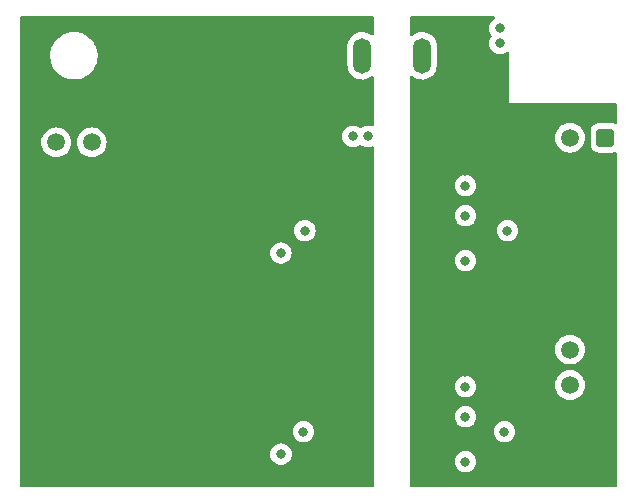
<source format=gbr>
%TF.GenerationSoftware,KiCad,Pcbnew,(6.0.1)*%
%TF.CreationDate,2022-08-15T16:30:33+03:00*%
%TF.ProjectId,Measure,4d656173-7572-4652-9e6b-696361645f70,rev?*%
%TF.SameCoordinates,Original*%
%TF.FileFunction,Copper,L3,Inr*%
%TF.FilePolarity,Positive*%
%FSLAX46Y46*%
G04 Gerber Fmt 4.6, Leading zero omitted, Abs format (unit mm)*
G04 Created by KiCad (PCBNEW (6.0.1)) date 2022-08-15 16:30:33*
%MOMM*%
%LPD*%
G01*
G04 APERTURE LIST*
G04 Aperture macros list*
%AMRoundRect*
0 Rectangle with rounded corners*
0 $1 Rounding radius*
0 $2 $3 $4 $5 $6 $7 $8 $9 X,Y pos of 4 corners*
0 Add a 4 corners polygon primitive as box body*
4,1,4,$2,$3,$4,$5,$6,$7,$8,$9,$2,$3,0*
0 Add four circle primitives for the rounded corners*
1,1,$1+$1,$2,$3*
1,1,$1+$1,$4,$5*
1,1,$1+$1,$6,$7*
1,1,$1+$1,$8,$9*
0 Add four rect primitives between the rounded corners*
20,1,$1+$1,$2,$3,$4,$5,0*
20,1,$1+$1,$4,$5,$6,$7,0*
20,1,$1+$1,$6,$7,$8,$9,0*
20,1,$1+$1,$8,$9,$2,$3,0*%
G04 Aperture macros list end*
%TA.AperFunction,ComponentPad*%
%ADD10RoundRect,0.250001X-0.499999X0.499999X-0.499999X-0.499999X0.499999X-0.499999X0.499999X0.499999X0*%
%TD*%
%TA.AperFunction,ComponentPad*%
%ADD11C,1.500000*%
%TD*%
%TA.AperFunction,ComponentPad*%
%ADD12R,1.500000X3.000000*%
%TD*%
%TA.AperFunction,ComponentPad*%
%ADD13O,1.500000X3.000000*%
%TD*%
%TA.AperFunction,ComponentPad*%
%ADD14RoundRect,0.250001X-0.499999X-0.499999X0.499999X-0.499999X0.499999X0.499999X-0.499999X0.499999X0*%
%TD*%
%TA.AperFunction,ViaPad*%
%ADD15C,0.800000*%
%TD*%
G04 APERTURE END LIST*
D10*
%TO.N,+5V*%
%TO.C,J3*%
X180640000Y-73786000D03*
D11*
%TO.N,GND*%
X180640000Y-76786000D03*
%TO.N,+5V*%
X177640000Y-73786000D03*
%TO.N,GND*%
X177640000Y-76786000D03*
%TD*%
D12*
%TO.N,GND*%
%TO.C,U1*%
X167666500Y-66842000D03*
D13*
%TO.N,+5V*%
X165126500Y-66842000D03*
%TO.N,+5VP*%
X160046500Y-66842000D03*
%TO.N,GNDPWR*%
X154966500Y-66842000D03*
%TD*%
D10*
%TO.N,GND*%
%TO.C,J2*%
X180640000Y-91718000D03*
D11*
X180640000Y-94718000D03*
%TO.N,/Voltage_OUT_Measure*%
X177640000Y-91718000D03*
%TO.N,/Voltage_IN_Measure*%
X177640000Y-94718000D03*
%TD*%
D14*
%TO.N,GNDPWR*%
%TO.C,J1*%
X134136000Y-71165000D03*
D11*
X137136000Y-71165000D03*
%TO.N,/Voltage_IN*%
X134136000Y-74165000D03*
%TO.N,/Voltage_OUT*%
X137136000Y-74165000D03*
%TD*%
D15*
%TO.N,+5V*%
X168783000Y-94869000D03*
X171704000Y-64516000D03*
X168783000Y-101219000D03*
X168783000Y-77851000D03*
X168783000Y-84201000D03*
X171704000Y-65786000D03*
%TO.N,GND*%
X168783000Y-85471000D03*
X171704000Y-68580000D03*
X171704000Y-69850000D03*
X168783000Y-76581000D03*
X168783000Y-93599000D03*
X168783000Y-102489000D03*
%TO.N,+5VP*%
X159258000Y-73660000D03*
X153162000Y-83544500D03*
X155194000Y-81661000D03*
X155067000Y-98679000D03*
X160528000Y-73660000D03*
X153172750Y-100573250D03*
%TO.N,GNDPWR*%
X138684000Y-81280000D03*
X153162000Y-85598000D03*
X155956000Y-73660000D03*
X153162000Y-102616000D03*
X153162000Y-93472000D03*
X157226000Y-73660000D03*
X138430000Y-98298000D03*
X153162000Y-76454000D03*
%TO.N,Net-(C11-Pad1)*%
X168783000Y-97409000D03*
%TO.N,/Voltage_IN_Measure*%
X172085000Y-98679000D03*
%TO.N,Net-(C18-Pad1)*%
X168783000Y-80391000D03*
%TO.N,/Voltage_OUT_Measure*%
X172339000Y-81661000D03*
%TD*%
%TA.AperFunction,Conductor*%
%TO.N,GNDPWR*%
G36*
X160978121Y-63520002D02*
G01*
X161024614Y-63573658D01*
X161036000Y-63626000D01*
X161036000Y-65004098D01*
X161015998Y-65072219D01*
X160962342Y-65118712D01*
X160892068Y-65128816D01*
X160839724Y-65108679D01*
X160659898Y-64987841D01*
X160659895Y-64987839D01*
X160655238Y-64984710D01*
X160449533Y-64894412D01*
X160444082Y-64893103D01*
X160444078Y-64893102D01*
X160236546Y-64843278D01*
X160236545Y-64843278D01*
X160231089Y-64841968D01*
X160138904Y-64836653D01*
X160012417Y-64829360D01*
X160012414Y-64829360D01*
X160006810Y-64829037D01*
X159783785Y-64856025D01*
X159569065Y-64922082D01*
X159564085Y-64924652D01*
X159564081Y-64924654D01*
X159410053Y-65004154D01*
X159369436Y-65025118D01*
X159191208Y-65161877D01*
X159040015Y-65328036D01*
X159037037Y-65332783D01*
X159037035Y-65332786D01*
X158996956Y-65396678D01*
X158920636Y-65518344D01*
X158836844Y-65726783D01*
X158791287Y-65946767D01*
X158791021Y-65951378D01*
X158791021Y-65951379D01*
X158790607Y-65958569D01*
X158788000Y-66003775D01*
X158788000Y-67648999D01*
X158802883Y-67815762D01*
X158862163Y-68032451D01*
X158958878Y-68235218D01*
X159089971Y-68417654D01*
X159094003Y-68421561D01*
X159231216Y-68554530D01*
X159251299Y-68573992D01*
X159437762Y-68699290D01*
X159643467Y-68789588D01*
X159648918Y-68790897D01*
X159648922Y-68790898D01*
X159849773Y-68839118D01*
X159861911Y-68842032D01*
X159945975Y-68846879D01*
X160080583Y-68854640D01*
X160080586Y-68854640D01*
X160086190Y-68854963D01*
X160309215Y-68827975D01*
X160523935Y-68761918D01*
X160528915Y-68759348D01*
X160528919Y-68759346D01*
X160718581Y-68661454D01*
X160718582Y-68661454D01*
X160723564Y-68658882D01*
X160773710Y-68620404D01*
X160833296Y-68574682D01*
X160899517Y-68549082D01*
X160969065Y-68563347D01*
X161019861Y-68612948D01*
X161036000Y-68674645D01*
X161036000Y-72697676D01*
X161015998Y-72765797D01*
X160962342Y-72812290D01*
X160892068Y-72822394D01*
X160858751Y-72812783D01*
X160816319Y-72793891D01*
X160816318Y-72793891D01*
X160810288Y-72791206D01*
X160690749Y-72765797D01*
X160629944Y-72752872D01*
X160629939Y-72752872D01*
X160623487Y-72751500D01*
X160432513Y-72751500D01*
X160426061Y-72752872D01*
X160426056Y-72752872D01*
X160365251Y-72765797D01*
X160245712Y-72791206D01*
X160239682Y-72793891D01*
X160239681Y-72793891D01*
X160077278Y-72866197D01*
X160077276Y-72866198D01*
X160071248Y-72868882D01*
X159967060Y-72944579D01*
X159900194Y-72968437D01*
X159831042Y-72952357D01*
X159818944Y-72944582D01*
X159714752Y-72868882D01*
X159708724Y-72866198D01*
X159708722Y-72866197D01*
X159546319Y-72793891D01*
X159546318Y-72793891D01*
X159540288Y-72791206D01*
X159420749Y-72765797D01*
X159359944Y-72752872D01*
X159359939Y-72752872D01*
X159353487Y-72751500D01*
X159162513Y-72751500D01*
X159156061Y-72752872D01*
X159156056Y-72752872D01*
X159095251Y-72765797D01*
X158975712Y-72791206D01*
X158969682Y-72793891D01*
X158969681Y-72793891D01*
X158807278Y-72866197D01*
X158807276Y-72866198D01*
X158801248Y-72868882D01*
X158646747Y-72981134D01*
X158518960Y-73123056D01*
X158423473Y-73288444D01*
X158364458Y-73470072D01*
X158363768Y-73476633D01*
X158363768Y-73476635D01*
X158357283Y-73538334D01*
X158344496Y-73660000D01*
X158345186Y-73666565D01*
X158352161Y-73732924D01*
X158364458Y-73849928D01*
X158423473Y-74031556D01*
X158518960Y-74196944D01*
X158646747Y-74338866D01*
X158801248Y-74451118D01*
X158807276Y-74453802D01*
X158807278Y-74453803D01*
X158927249Y-74507217D01*
X158975712Y-74528794D01*
X159069113Y-74548647D01*
X159156056Y-74567128D01*
X159156061Y-74567128D01*
X159162513Y-74568500D01*
X159353487Y-74568500D01*
X159359939Y-74567128D01*
X159359944Y-74567128D01*
X159446887Y-74548647D01*
X159540288Y-74528794D01*
X159588751Y-74507217D01*
X159708722Y-74453803D01*
X159708724Y-74453802D01*
X159714752Y-74451118D01*
X159818940Y-74375421D01*
X159885806Y-74351563D01*
X159954958Y-74367643D01*
X159967056Y-74375418D01*
X160071248Y-74451118D01*
X160077276Y-74453802D01*
X160077278Y-74453803D01*
X160197249Y-74507217D01*
X160245712Y-74528794D01*
X160339113Y-74548647D01*
X160426056Y-74567128D01*
X160426061Y-74567128D01*
X160432513Y-74568500D01*
X160623487Y-74568500D01*
X160629939Y-74567128D01*
X160629944Y-74567128D01*
X160716887Y-74548647D01*
X160810288Y-74528794D01*
X160858751Y-74507217D01*
X160929118Y-74497783D01*
X160993415Y-74527890D01*
X161031229Y-74587978D01*
X161036000Y-74622324D01*
X161036000Y-103252000D01*
X161015998Y-103320121D01*
X160962342Y-103366614D01*
X160910000Y-103378000D01*
X131190000Y-103378000D01*
X131121879Y-103357998D01*
X131075386Y-103304342D01*
X131064000Y-103252000D01*
X131064000Y-100573250D01*
X152259246Y-100573250D01*
X152279208Y-100763178D01*
X152338223Y-100944806D01*
X152433710Y-101110194D01*
X152561497Y-101252116D01*
X152715998Y-101364368D01*
X152722026Y-101367052D01*
X152722028Y-101367053D01*
X152884431Y-101439359D01*
X152890462Y-101442044D01*
X152983862Y-101461897D01*
X153070806Y-101480378D01*
X153070811Y-101480378D01*
X153077263Y-101481750D01*
X153268237Y-101481750D01*
X153274689Y-101480378D01*
X153274694Y-101480378D01*
X153361638Y-101461897D01*
X153455038Y-101442044D01*
X153461069Y-101439359D01*
X153623472Y-101367053D01*
X153623474Y-101367052D01*
X153629502Y-101364368D01*
X153784003Y-101252116D01*
X153911790Y-101110194D01*
X154007277Y-100944806D01*
X154066292Y-100763178D01*
X154086254Y-100573250D01*
X154066292Y-100383322D01*
X154007277Y-100201694D01*
X153911790Y-100036306D01*
X153784003Y-99894384D01*
X153629502Y-99782132D01*
X153623474Y-99779448D01*
X153623472Y-99779447D01*
X153461069Y-99707141D01*
X153461068Y-99707141D01*
X153455038Y-99704456D01*
X153361638Y-99684603D01*
X153274694Y-99666122D01*
X153274689Y-99666122D01*
X153268237Y-99664750D01*
X153077263Y-99664750D01*
X153070811Y-99666122D01*
X153070806Y-99666122D01*
X152983862Y-99684603D01*
X152890462Y-99704456D01*
X152884432Y-99707141D01*
X152884431Y-99707141D01*
X152722028Y-99779447D01*
X152722026Y-99779448D01*
X152715998Y-99782132D01*
X152561497Y-99894384D01*
X152433710Y-100036306D01*
X152338223Y-100201694D01*
X152279208Y-100383322D01*
X152259246Y-100573250D01*
X131064000Y-100573250D01*
X131064000Y-98679000D01*
X154153496Y-98679000D01*
X154173458Y-98868928D01*
X154232473Y-99050556D01*
X154327960Y-99215944D01*
X154455747Y-99357866D01*
X154610248Y-99470118D01*
X154616276Y-99472802D01*
X154616278Y-99472803D01*
X154778681Y-99545109D01*
X154784712Y-99547794D01*
X154878113Y-99567647D01*
X154965056Y-99586128D01*
X154965061Y-99586128D01*
X154971513Y-99587500D01*
X155162487Y-99587500D01*
X155168939Y-99586128D01*
X155168944Y-99586128D01*
X155255887Y-99567647D01*
X155349288Y-99547794D01*
X155355319Y-99545109D01*
X155517722Y-99472803D01*
X155517724Y-99472802D01*
X155523752Y-99470118D01*
X155678253Y-99357866D01*
X155806040Y-99215944D01*
X155901527Y-99050556D01*
X155960542Y-98868928D01*
X155980504Y-98679000D01*
X155960542Y-98489072D01*
X155901527Y-98307444D01*
X155806040Y-98142056D01*
X155678253Y-98000134D01*
X155523752Y-97887882D01*
X155517724Y-97885198D01*
X155517722Y-97885197D01*
X155355319Y-97812891D01*
X155355318Y-97812891D01*
X155349288Y-97810206D01*
X155255888Y-97790353D01*
X155168944Y-97771872D01*
X155168939Y-97771872D01*
X155162487Y-97770500D01*
X154971513Y-97770500D01*
X154965061Y-97771872D01*
X154965056Y-97771872D01*
X154878113Y-97790353D01*
X154784712Y-97810206D01*
X154778682Y-97812891D01*
X154778681Y-97812891D01*
X154616278Y-97885197D01*
X154616276Y-97885198D01*
X154610248Y-97887882D01*
X154455747Y-98000134D01*
X154327960Y-98142056D01*
X154232473Y-98307444D01*
X154173458Y-98489072D01*
X154153496Y-98679000D01*
X131064000Y-98679000D01*
X131064000Y-83544500D01*
X152248496Y-83544500D01*
X152268458Y-83734428D01*
X152327473Y-83916056D01*
X152422960Y-84081444D01*
X152550747Y-84223366D01*
X152705248Y-84335618D01*
X152711276Y-84338302D01*
X152711278Y-84338303D01*
X152873681Y-84410609D01*
X152879712Y-84413294D01*
X152973112Y-84433147D01*
X153060056Y-84451628D01*
X153060061Y-84451628D01*
X153066513Y-84453000D01*
X153257487Y-84453000D01*
X153263939Y-84451628D01*
X153263944Y-84451628D01*
X153350888Y-84433147D01*
X153444288Y-84413294D01*
X153450319Y-84410609D01*
X153612722Y-84338303D01*
X153612724Y-84338302D01*
X153618752Y-84335618D01*
X153773253Y-84223366D01*
X153901040Y-84081444D01*
X153996527Y-83916056D01*
X154055542Y-83734428D01*
X154075504Y-83544500D01*
X154055542Y-83354572D01*
X153996527Y-83172944D01*
X153901040Y-83007556D01*
X153773253Y-82865634D01*
X153618752Y-82753382D01*
X153612724Y-82750698D01*
X153612722Y-82750697D01*
X153450319Y-82678391D01*
X153450318Y-82678391D01*
X153444288Y-82675706D01*
X153350887Y-82655853D01*
X153263944Y-82637372D01*
X153263939Y-82637372D01*
X153257487Y-82636000D01*
X153066513Y-82636000D01*
X153060061Y-82637372D01*
X153060056Y-82637372D01*
X152973113Y-82655853D01*
X152879712Y-82675706D01*
X152873682Y-82678391D01*
X152873681Y-82678391D01*
X152711278Y-82750697D01*
X152711276Y-82750698D01*
X152705248Y-82753382D01*
X152550747Y-82865634D01*
X152422960Y-83007556D01*
X152327473Y-83172944D01*
X152268458Y-83354572D01*
X152248496Y-83544500D01*
X131064000Y-83544500D01*
X131064000Y-81661000D01*
X154280496Y-81661000D01*
X154300458Y-81850928D01*
X154359473Y-82032556D01*
X154454960Y-82197944D01*
X154582747Y-82339866D01*
X154737248Y-82452118D01*
X154743276Y-82454802D01*
X154743278Y-82454803D01*
X154905681Y-82527109D01*
X154911712Y-82529794D01*
X155005112Y-82549647D01*
X155092056Y-82568128D01*
X155092061Y-82568128D01*
X155098513Y-82569500D01*
X155289487Y-82569500D01*
X155295939Y-82568128D01*
X155295944Y-82568128D01*
X155382887Y-82549647D01*
X155476288Y-82529794D01*
X155482319Y-82527109D01*
X155644722Y-82454803D01*
X155644724Y-82454802D01*
X155650752Y-82452118D01*
X155805253Y-82339866D01*
X155933040Y-82197944D01*
X156028527Y-82032556D01*
X156087542Y-81850928D01*
X156107504Y-81661000D01*
X156087542Y-81471072D01*
X156028527Y-81289444D01*
X155933040Y-81124056D01*
X155805253Y-80982134D01*
X155650752Y-80869882D01*
X155644724Y-80867198D01*
X155644722Y-80867197D01*
X155482319Y-80794891D01*
X155482318Y-80794891D01*
X155476288Y-80792206D01*
X155382888Y-80772353D01*
X155295944Y-80753872D01*
X155295939Y-80753872D01*
X155289487Y-80752500D01*
X155098513Y-80752500D01*
X155092061Y-80753872D01*
X155092056Y-80753872D01*
X155005112Y-80772353D01*
X154911712Y-80792206D01*
X154905682Y-80794891D01*
X154905681Y-80794891D01*
X154743278Y-80867197D01*
X154743276Y-80867198D01*
X154737248Y-80869882D01*
X154582747Y-80982134D01*
X154454960Y-81124056D01*
X154359473Y-81289444D01*
X154300458Y-81471072D01*
X154280496Y-81661000D01*
X131064000Y-81661000D01*
X131064000Y-74165000D01*
X132872693Y-74165000D01*
X132891885Y-74384371D01*
X132948880Y-74597076D01*
X132992415Y-74690438D01*
X133039618Y-74791666D01*
X133039621Y-74791671D01*
X133041944Y-74796653D01*
X133168251Y-74977038D01*
X133323962Y-75132749D01*
X133504346Y-75259056D01*
X133703924Y-75352120D01*
X133916629Y-75409115D01*
X134136000Y-75428307D01*
X134355371Y-75409115D01*
X134568076Y-75352120D01*
X134767654Y-75259056D01*
X134948038Y-75132749D01*
X135103749Y-74977038D01*
X135230056Y-74796653D01*
X135232379Y-74791671D01*
X135232382Y-74791666D01*
X135279585Y-74690438D01*
X135323120Y-74597076D01*
X135380115Y-74384371D01*
X135399307Y-74165000D01*
X135872693Y-74165000D01*
X135891885Y-74384371D01*
X135948880Y-74597076D01*
X135992415Y-74690438D01*
X136039618Y-74791666D01*
X136039621Y-74791671D01*
X136041944Y-74796653D01*
X136168251Y-74977038D01*
X136323962Y-75132749D01*
X136504346Y-75259056D01*
X136703924Y-75352120D01*
X136916629Y-75409115D01*
X137136000Y-75428307D01*
X137355371Y-75409115D01*
X137568076Y-75352120D01*
X137767654Y-75259056D01*
X137948038Y-75132749D01*
X138103749Y-74977038D01*
X138230056Y-74796653D01*
X138232379Y-74791671D01*
X138232382Y-74791666D01*
X138279585Y-74690438D01*
X138323120Y-74597076D01*
X138380115Y-74384371D01*
X138399307Y-74165000D01*
X138380115Y-73945629D01*
X138323120Y-73732924D01*
X138279585Y-73639562D01*
X138232382Y-73538334D01*
X138232379Y-73538329D01*
X138230056Y-73533347D01*
X138190346Y-73476635D01*
X138106908Y-73357473D01*
X138106906Y-73357470D01*
X138103749Y-73352962D01*
X137948038Y-73197251D01*
X137767654Y-73070944D01*
X137568076Y-72977880D01*
X137355371Y-72920885D01*
X137136000Y-72901693D01*
X136916629Y-72920885D01*
X136703924Y-72977880D01*
X136610562Y-73021415D01*
X136509334Y-73068618D01*
X136509329Y-73068621D01*
X136504347Y-73070944D01*
X136499840Y-73074100D01*
X136499838Y-73074101D01*
X136328473Y-73194092D01*
X136328470Y-73194094D01*
X136323962Y-73197251D01*
X136168251Y-73352962D01*
X136165094Y-73357470D01*
X136165092Y-73357473D01*
X136081654Y-73476635D01*
X136041944Y-73533347D01*
X136039621Y-73538329D01*
X136039618Y-73538334D01*
X135992415Y-73639562D01*
X135948880Y-73732924D01*
X135891885Y-73945629D01*
X135872693Y-74165000D01*
X135399307Y-74165000D01*
X135380115Y-73945629D01*
X135323120Y-73732924D01*
X135279585Y-73639562D01*
X135232382Y-73538334D01*
X135232379Y-73538329D01*
X135230056Y-73533347D01*
X135190346Y-73476635D01*
X135106908Y-73357473D01*
X135106906Y-73357470D01*
X135103749Y-73352962D01*
X134948038Y-73197251D01*
X134767654Y-73070944D01*
X134568076Y-72977880D01*
X134355371Y-72920885D01*
X134136000Y-72901693D01*
X133916629Y-72920885D01*
X133703924Y-72977880D01*
X133610562Y-73021415D01*
X133509334Y-73068618D01*
X133509329Y-73068621D01*
X133504347Y-73070944D01*
X133499840Y-73074100D01*
X133499838Y-73074101D01*
X133328473Y-73194092D01*
X133328470Y-73194094D01*
X133323962Y-73197251D01*
X133168251Y-73352962D01*
X133165094Y-73357470D01*
X133165092Y-73357473D01*
X133081654Y-73476635D01*
X133041944Y-73533347D01*
X133039621Y-73538329D01*
X133039618Y-73538334D01*
X132992415Y-73639562D01*
X132948880Y-73732924D01*
X132891885Y-73945629D01*
X132872693Y-74165000D01*
X131064000Y-74165000D01*
X131064000Y-66774733D01*
X133623822Y-66774733D01*
X133633625Y-67055458D01*
X133634387Y-67059781D01*
X133634388Y-67059788D01*
X133658164Y-67194624D01*
X133682402Y-67332087D01*
X133769203Y-67599235D01*
X133771131Y-67603188D01*
X133771133Y-67603193D01*
X133794837Y-67651792D01*
X133892340Y-67851702D01*
X133894795Y-67855341D01*
X133894798Y-67855347D01*
X133963511Y-67957217D01*
X134049415Y-68084576D01*
X134237371Y-68293322D01*
X134452550Y-68473879D01*
X134690764Y-68622731D01*
X134947375Y-68736982D01*
X135217390Y-68814407D01*
X135221740Y-68815018D01*
X135221743Y-68815019D01*
X135318727Y-68828649D01*
X135495552Y-68853500D01*
X135706146Y-68853500D01*
X135708332Y-68853347D01*
X135708336Y-68853347D01*
X135911827Y-68839118D01*
X135911832Y-68839117D01*
X135916212Y-68838811D01*
X136190970Y-68780409D01*
X136195099Y-68778906D01*
X136195103Y-68778905D01*
X136450781Y-68685846D01*
X136450785Y-68685844D01*
X136454926Y-68684337D01*
X136702942Y-68552464D01*
X136807896Y-68476211D01*
X136926629Y-68389947D01*
X136926632Y-68389944D01*
X136930192Y-68387358D01*
X136962702Y-68355964D01*
X137083023Y-68239771D01*
X137132252Y-68192231D01*
X137305188Y-67970882D01*
X137307384Y-67967078D01*
X137307389Y-67967071D01*
X137443435Y-67731431D01*
X137445636Y-67727619D01*
X137550862Y-67467176D01*
X137584544Y-67332087D01*
X137617753Y-67198893D01*
X137617754Y-67198888D01*
X137618817Y-67194624D01*
X137648178Y-66915267D01*
X137638375Y-66634542D01*
X137614608Y-66499749D01*
X137590360Y-66362236D01*
X137589598Y-66357913D01*
X137502797Y-66090765D01*
X137379660Y-65838298D01*
X137377205Y-65834659D01*
X137377202Y-65834653D01*
X137296935Y-65715653D01*
X137222585Y-65605424D01*
X137034629Y-65396678D01*
X136819450Y-65216121D01*
X136581236Y-65067269D01*
X136324625Y-64953018D01*
X136054610Y-64875593D01*
X136050260Y-64874982D01*
X136050257Y-64874981D01*
X135910580Y-64855351D01*
X135776448Y-64836500D01*
X135565854Y-64836500D01*
X135563668Y-64836653D01*
X135563664Y-64836653D01*
X135360173Y-64850882D01*
X135360168Y-64850883D01*
X135355788Y-64851189D01*
X135081030Y-64909591D01*
X135076901Y-64911094D01*
X135076897Y-64911095D01*
X134821219Y-65004154D01*
X134821215Y-65004156D01*
X134817074Y-65005663D01*
X134569058Y-65137536D01*
X134565499Y-65140122D01*
X134565497Y-65140123D01*
X134460895Y-65216121D01*
X134341808Y-65302642D01*
X134338644Y-65305698D01*
X134338641Y-65305700D01*
X134310593Y-65332786D01*
X134139748Y-65497769D01*
X133966812Y-65719118D01*
X133964616Y-65722922D01*
X133964611Y-65722929D01*
X133850794Y-65920067D01*
X133826364Y-65962381D01*
X133721138Y-66222824D01*
X133720073Y-66227097D01*
X133720072Y-66227099D01*
X133686379Y-66362236D01*
X133653183Y-66495376D01*
X133623822Y-66774733D01*
X131064000Y-66774733D01*
X131064000Y-63626000D01*
X131084002Y-63557879D01*
X131137658Y-63511386D01*
X131190000Y-63500000D01*
X160910000Y-63500000D01*
X160978121Y-63520002D01*
G37*
%TD.AperFunction*%
%TD*%
%TA.AperFunction,Conductor*%
%TO.N,GND*%
G36*
X171237105Y-63520002D02*
G01*
X171283598Y-63573658D01*
X171293702Y-63643932D01*
X171264208Y-63708512D01*
X171243045Y-63727936D01*
X171110705Y-63824087D01*
X171092747Y-63837134D01*
X170964960Y-63979056D01*
X170869473Y-64144444D01*
X170810458Y-64326072D01*
X170790496Y-64516000D01*
X170810458Y-64705928D01*
X170869473Y-64887556D01*
X170872776Y-64893278D01*
X170872777Y-64893279D01*
X170906686Y-64952010D01*
X170964960Y-65052944D01*
X170977338Y-65066691D01*
X171008054Y-65130697D01*
X170999290Y-65201150D01*
X170977339Y-65235307D01*
X170964960Y-65249056D01*
X170869473Y-65414444D01*
X170810458Y-65596072D01*
X170790496Y-65786000D01*
X170791186Y-65792565D01*
X170799728Y-65873833D01*
X170810458Y-65975928D01*
X170869473Y-66157556D01*
X170964960Y-66322944D01*
X171092747Y-66464866D01*
X171247248Y-66577118D01*
X171253276Y-66579802D01*
X171253278Y-66579803D01*
X171304551Y-66602631D01*
X171421712Y-66654794D01*
X171515112Y-66674647D01*
X171602056Y-66693128D01*
X171602061Y-66693128D01*
X171608513Y-66694500D01*
X171799487Y-66694500D01*
X171805939Y-66693128D01*
X171805944Y-66693128D01*
X171892888Y-66674647D01*
X171986288Y-66654794D01*
X172103449Y-66602631D01*
X172154722Y-66579803D01*
X172154724Y-66579802D01*
X172160752Y-66577118D01*
X172206568Y-66543831D01*
X172265939Y-66500695D01*
X172332807Y-66476837D01*
X172401958Y-66492917D01*
X172451438Y-66543831D01*
X172466000Y-66602631D01*
X172466000Y-70866000D01*
X181484000Y-70866000D01*
X181552121Y-70886002D01*
X181598614Y-70939658D01*
X181610000Y-70992000D01*
X181610000Y-72468187D01*
X181589998Y-72536308D01*
X181536342Y-72582801D01*
X181466068Y-72592905D01*
X181444333Y-72587780D01*
X181301389Y-72540368D01*
X181301387Y-72540368D01*
X181294861Y-72538203D01*
X181288025Y-72537503D01*
X181288022Y-72537502D01*
X181244969Y-72533091D01*
X181190400Y-72527500D01*
X180089600Y-72527500D01*
X180086354Y-72527837D01*
X180086350Y-72527837D01*
X179990693Y-72537762D01*
X179990689Y-72537763D01*
X179983835Y-72538474D01*
X179977299Y-72540655D01*
X179977297Y-72540655D01*
X179850971Y-72582801D01*
X179816055Y-72594450D01*
X179665652Y-72687522D01*
X179540695Y-72812697D01*
X179447885Y-72963262D01*
X179392203Y-73131139D01*
X179381500Y-73235600D01*
X179381500Y-74336400D01*
X179381837Y-74339646D01*
X179381837Y-74339650D01*
X179390399Y-74422162D01*
X179392474Y-74442165D01*
X179448450Y-74609945D01*
X179541522Y-74760348D01*
X179666697Y-74885305D01*
X179672927Y-74889145D01*
X179672928Y-74889146D01*
X179809159Y-74973120D01*
X179817262Y-74978115D01*
X179897005Y-75004564D01*
X179978611Y-75031632D01*
X179978613Y-75031632D01*
X179985139Y-75033797D01*
X179991975Y-75034497D01*
X179991978Y-75034498D01*
X180035031Y-75038909D01*
X180089600Y-75044500D01*
X181190400Y-75044500D01*
X181193646Y-75044163D01*
X181193650Y-75044163D01*
X181289307Y-75034238D01*
X181289311Y-75034237D01*
X181296165Y-75033526D01*
X181302701Y-75031345D01*
X181302703Y-75031345D01*
X181444124Y-74984163D01*
X181515073Y-74981579D01*
X181576157Y-75017762D01*
X181607982Y-75081227D01*
X181610000Y-75103687D01*
X181610000Y-103252000D01*
X181589998Y-103320121D01*
X181536342Y-103366614D01*
X181484000Y-103378000D01*
X164210000Y-103378000D01*
X164141879Y-103357998D01*
X164095386Y-103304342D01*
X164084000Y-103252000D01*
X164084000Y-101219000D01*
X167869496Y-101219000D01*
X167889458Y-101408928D01*
X167948473Y-101590556D01*
X168043960Y-101755944D01*
X168171747Y-101897866D01*
X168326248Y-102010118D01*
X168332276Y-102012802D01*
X168332278Y-102012803D01*
X168494681Y-102085109D01*
X168500712Y-102087794D01*
X168594113Y-102107647D01*
X168681056Y-102126128D01*
X168681061Y-102126128D01*
X168687513Y-102127500D01*
X168878487Y-102127500D01*
X168884939Y-102126128D01*
X168884944Y-102126128D01*
X168971887Y-102107647D01*
X169065288Y-102087794D01*
X169071319Y-102085109D01*
X169233722Y-102012803D01*
X169233724Y-102012802D01*
X169239752Y-102010118D01*
X169394253Y-101897866D01*
X169522040Y-101755944D01*
X169617527Y-101590556D01*
X169676542Y-101408928D01*
X169696504Y-101219000D01*
X169676542Y-101029072D01*
X169617527Y-100847444D01*
X169522040Y-100682056D01*
X169394253Y-100540134D01*
X169239752Y-100427882D01*
X169233724Y-100425198D01*
X169233722Y-100425197D01*
X169071319Y-100352891D01*
X169071318Y-100352891D01*
X169065288Y-100350206D01*
X168971888Y-100330353D01*
X168884944Y-100311872D01*
X168884939Y-100311872D01*
X168878487Y-100310500D01*
X168687513Y-100310500D01*
X168681061Y-100311872D01*
X168681056Y-100311872D01*
X168594112Y-100330353D01*
X168500712Y-100350206D01*
X168494682Y-100352891D01*
X168494681Y-100352891D01*
X168332278Y-100425197D01*
X168332276Y-100425198D01*
X168326248Y-100427882D01*
X168171747Y-100540134D01*
X168043960Y-100682056D01*
X167948473Y-100847444D01*
X167889458Y-101029072D01*
X167869496Y-101219000D01*
X164084000Y-101219000D01*
X164084000Y-98679000D01*
X171171496Y-98679000D01*
X171191458Y-98868928D01*
X171250473Y-99050556D01*
X171345960Y-99215944D01*
X171473747Y-99357866D01*
X171628248Y-99470118D01*
X171634276Y-99472802D01*
X171634278Y-99472803D01*
X171796681Y-99545109D01*
X171802712Y-99547794D01*
X171896113Y-99567647D01*
X171983056Y-99586128D01*
X171983061Y-99586128D01*
X171989513Y-99587500D01*
X172180487Y-99587500D01*
X172186939Y-99586128D01*
X172186944Y-99586128D01*
X172273887Y-99567647D01*
X172367288Y-99547794D01*
X172373319Y-99545109D01*
X172535722Y-99472803D01*
X172535724Y-99472802D01*
X172541752Y-99470118D01*
X172696253Y-99357866D01*
X172824040Y-99215944D01*
X172919527Y-99050556D01*
X172978542Y-98868928D01*
X172998504Y-98679000D01*
X172978542Y-98489072D01*
X172919527Y-98307444D01*
X172824040Y-98142056D01*
X172778744Y-98091749D01*
X172700675Y-98005045D01*
X172700674Y-98005044D01*
X172696253Y-98000134D01*
X172541752Y-97887882D01*
X172535724Y-97885198D01*
X172535722Y-97885197D01*
X172373319Y-97812891D01*
X172373318Y-97812891D01*
X172367288Y-97810206D01*
X172254721Y-97786279D01*
X172186944Y-97771872D01*
X172186939Y-97771872D01*
X172180487Y-97770500D01*
X171989513Y-97770500D01*
X171983061Y-97771872D01*
X171983056Y-97771872D01*
X171915279Y-97786279D01*
X171802712Y-97810206D01*
X171796682Y-97812891D01*
X171796681Y-97812891D01*
X171634278Y-97885197D01*
X171634276Y-97885198D01*
X171628248Y-97887882D01*
X171473747Y-98000134D01*
X171469326Y-98005044D01*
X171469325Y-98005045D01*
X171391257Y-98091749D01*
X171345960Y-98142056D01*
X171250473Y-98307444D01*
X171191458Y-98489072D01*
X171171496Y-98679000D01*
X164084000Y-98679000D01*
X164084000Y-97409000D01*
X167869496Y-97409000D01*
X167889458Y-97598928D01*
X167948473Y-97780556D01*
X168043960Y-97945944D01*
X168048378Y-97950851D01*
X168048379Y-97950852D01*
X168092753Y-98000134D01*
X168171747Y-98087866D01*
X168326248Y-98200118D01*
X168332276Y-98202802D01*
X168332278Y-98202803D01*
X168494681Y-98275109D01*
X168500712Y-98277794D01*
X168594112Y-98297647D01*
X168681056Y-98316128D01*
X168681061Y-98316128D01*
X168687513Y-98317500D01*
X168878487Y-98317500D01*
X168884939Y-98316128D01*
X168884944Y-98316128D01*
X168971888Y-98297647D01*
X169065288Y-98277794D01*
X169071319Y-98275109D01*
X169233722Y-98202803D01*
X169233724Y-98202802D01*
X169239752Y-98200118D01*
X169394253Y-98087866D01*
X169473247Y-98000134D01*
X169517621Y-97950852D01*
X169517622Y-97950851D01*
X169522040Y-97945944D01*
X169617527Y-97780556D01*
X169676542Y-97598928D01*
X169696504Y-97409000D01*
X169676542Y-97219072D01*
X169617527Y-97037444D01*
X169522040Y-96872056D01*
X169394253Y-96730134D01*
X169239752Y-96617882D01*
X169233724Y-96615198D01*
X169233722Y-96615197D01*
X169071319Y-96542891D01*
X169071318Y-96542891D01*
X169065288Y-96540206D01*
X168971887Y-96520353D01*
X168884944Y-96501872D01*
X168884939Y-96501872D01*
X168878487Y-96500500D01*
X168687513Y-96500500D01*
X168681061Y-96501872D01*
X168681056Y-96501872D01*
X168594112Y-96520353D01*
X168500712Y-96540206D01*
X168494682Y-96542891D01*
X168494681Y-96542891D01*
X168332278Y-96615197D01*
X168332276Y-96615198D01*
X168326248Y-96617882D01*
X168171747Y-96730134D01*
X168043960Y-96872056D01*
X167948473Y-97037444D01*
X167889458Y-97219072D01*
X167869496Y-97409000D01*
X164084000Y-97409000D01*
X164084000Y-94869000D01*
X167869496Y-94869000D01*
X167889458Y-95058928D01*
X167948473Y-95240556D01*
X168043960Y-95405944D01*
X168048378Y-95410851D01*
X168048379Y-95410852D01*
X168159203Y-95533935D01*
X168171747Y-95547866D01*
X168326248Y-95660118D01*
X168332276Y-95662802D01*
X168332278Y-95662803D01*
X168494681Y-95735109D01*
X168500712Y-95737794D01*
X168594112Y-95757647D01*
X168681056Y-95776128D01*
X168681061Y-95776128D01*
X168687513Y-95777500D01*
X168878487Y-95777500D01*
X168884939Y-95776128D01*
X168884944Y-95776128D01*
X168971887Y-95757647D01*
X169065288Y-95737794D01*
X169071319Y-95735109D01*
X169233722Y-95662803D01*
X169233724Y-95662802D01*
X169239752Y-95660118D01*
X169394253Y-95547866D01*
X169406797Y-95533935D01*
X169517621Y-95410852D01*
X169517622Y-95410851D01*
X169522040Y-95405944D01*
X169617527Y-95240556D01*
X169676542Y-95058928D01*
X169696504Y-94869000D01*
X169681209Y-94723475D01*
X169680634Y-94718000D01*
X176376693Y-94718000D01*
X176395885Y-94937371D01*
X176452880Y-95150076D01*
X176455205Y-95155061D01*
X176543618Y-95344666D01*
X176543621Y-95344671D01*
X176545944Y-95349653D01*
X176549100Y-95354160D01*
X176549101Y-95354162D01*
X176581356Y-95400226D01*
X176672251Y-95530038D01*
X176827962Y-95685749D01*
X176832471Y-95688906D01*
X176832473Y-95688908D01*
X176904249Y-95739166D01*
X177008346Y-95812056D01*
X177207924Y-95905120D01*
X177420629Y-95962115D01*
X177640000Y-95981307D01*
X177859371Y-95962115D01*
X178072076Y-95905120D01*
X178271654Y-95812056D01*
X178375751Y-95739166D01*
X178447527Y-95688908D01*
X178447529Y-95688906D01*
X178452038Y-95685749D01*
X178607749Y-95530038D01*
X178698645Y-95400226D01*
X178730899Y-95354162D01*
X178730900Y-95354160D01*
X178734056Y-95349653D01*
X178736379Y-95344671D01*
X178736382Y-95344666D01*
X178824795Y-95155061D01*
X178827120Y-95150076D01*
X178884115Y-94937371D01*
X178903307Y-94718000D01*
X178884115Y-94498629D01*
X178827120Y-94285924D01*
X178780642Y-94186251D01*
X178736382Y-94091334D01*
X178736379Y-94091329D01*
X178734056Y-94086347D01*
X178726249Y-94075197D01*
X178610908Y-93910473D01*
X178610906Y-93910470D01*
X178607749Y-93905962D01*
X178452038Y-93750251D01*
X178271654Y-93623944D01*
X178072076Y-93530880D01*
X177859371Y-93473885D01*
X177640000Y-93454693D01*
X177420629Y-93473885D01*
X177207924Y-93530880D01*
X177114562Y-93574415D01*
X177013334Y-93621618D01*
X177013329Y-93621621D01*
X177008347Y-93623944D01*
X177003840Y-93627100D01*
X177003838Y-93627101D01*
X176832473Y-93747092D01*
X176832470Y-93747094D01*
X176827962Y-93750251D01*
X176672251Y-93905962D01*
X176669094Y-93910470D01*
X176669092Y-93910473D01*
X176553751Y-94075197D01*
X176545944Y-94086347D01*
X176543621Y-94091329D01*
X176543618Y-94091334D01*
X176499358Y-94186251D01*
X176452880Y-94285924D01*
X176395885Y-94498629D01*
X176376693Y-94718000D01*
X169680634Y-94718000D01*
X169677232Y-94685635D01*
X169677232Y-94685633D01*
X169676542Y-94679072D01*
X169617527Y-94497444D01*
X169522040Y-94332056D01*
X169394253Y-94190134D01*
X169239752Y-94077882D01*
X169233724Y-94075198D01*
X169233722Y-94075197D01*
X169071319Y-94002891D01*
X169071318Y-94002891D01*
X169065288Y-94000206D01*
X168971887Y-93980353D01*
X168884944Y-93961872D01*
X168884939Y-93961872D01*
X168878487Y-93960500D01*
X168687513Y-93960500D01*
X168681061Y-93961872D01*
X168681056Y-93961872D01*
X168594112Y-93980353D01*
X168500712Y-94000206D01*
X168494682Y-94002891D01*
X168494681Y-94002891D01*
X168332278Y-94075197D01*
X168332276Y-94075198D01*
X168326248Y-94077882D01*
X168171747Y-94190134D01*
X168043960Y-94332056D01*
X167948473Y-94497444D01*
X167889458Y-94679072D01*
X167888768Y-94685633D01*
X167888768Y-94685635D01*
X167884791Y-94723475D01*
X167869496Y-94869000D01*
X164084000Y-94869000D01*
X164084000Y-91718000D01*
X176376693Y-91718000D01*
X176395885Y-91937371D01*
X176452880Y-92150076D01*
X176455205Y-92155061D01*
X176543618Y-92344666D01*
X176543621Y-92344671D01*
X176545944Y-92349653D01*
X176672251Y-92530038D01*
X176827962Y-92685749D01*
X177008346Y-92812056D01*
X177207924Y-92905120D01*
X177420629Y-92962115D01*
X177640000Y-92981307D01*
X177859371Y-92962115D01*
X178072076Y-92905120D01*
X178271654Y-92812056D01*
X178452038Y-92685749D01*
X178607749Y-92530038D01*
X178734056Y-92349653D01*
X178736379Y-92344671D01*
X178736382Y-92344666D01*
X178824795Y-92155061D01*
X178827120Y-92150076D01*
X178884115Y-91937371D01*
X178903307Y-91718000D01*
X178884115Y-91498629D01*
X178827120Y-91285924D01*
X178783585Y-91192562D01*
X178736382Y-91091334D01*
X178736379Y-91091329D01*
X178734056Y-91086347D01*
X178607749Y-90905962D01*
X178452038Y-90750251D01*
X178271654Y-90623944D01*
X178072076Y-90530880D01*
X177859371Y-90473885D01*
X177640000Y-90454693D01*
X177420629Y-90473885D01*
X177207924Y-90530880D01*
X177114562Y-90574415D01*
X177013334Y-90621618D01*
X177013329Y-90621621D01*
X177008347Y-90623944D01*
X177003840Y-90627100D01*
X177003838Y-90627101D01*
X176832473Y-90747092D01*
X176832470Y-90747094D01*
X176827962Y-90750251D01*
X176672251Y-90905962D01*
X176545944Y-91086347D01*
X176543621Y-91091329D01*
X176543618Y-91091334D01*
X176496415Y-91192562D01*
X176452880Y-91285924D01*
X176395885Y-91498629D01*
X176376693Y-91718000D01*
X164084000Y-91718000D01*
X164084000Y-84201000D01*
X167869496Y-84201000D01*
X167889458Y-84390928D01*
X167948473Y-84572556D01*
X168043960Y-84737944D01*
X168171747Y-84879866D01*
X168326248Y-84992118D01*
X168332276Y-84994802D01*
X168332278Y-84994803D01*
X168494681Y-85067109D01*
X168500712Y-85069794D01*
X168594112Y-85089647D01*
X168681056Y-85108128D01*
X168681061Y-85108128D01*
X168687513Y-85109500D01*
X168878487Y-85109500D01*
X168884939Y-85108128D01*
X168884944Y-85108128D01*
X168971888Y-85089647D01*
X169065288Y-85069794D01*
X169071319Y-85067109D01*
X169233722Y-84994803D01*
X169233724Y-84994802D01*
X169239752Y-84992118D01*
X169394253Y-84879866D01*
X169522040Y-84737944D01*
X169617527Y-84572556D01*
X169676542Y-84390928D01*
X169696504Y-84201000D01*
X169676542Y-84011072D01*
X169617527Y-83829444D01*
X169522040Y-83664056D01*
X169394253Y-83522134D01*
X169239752Y-83409882D01*
X169233724Y-83407198D01*
X169233722Y-83407197D01*
X169071319Y-83334891D01*
X169071318Y-83334891D01*
X169065288Y-83332206D01*
X168971888Y-83312353D01*
X168884944Y-83293872D01*
X168884939Y-83293872D01*
X168878487Y-83292500D01*
X168687513Y-83292500D01*
X168681061Y-83293872D01*
X168681056Y-83293872D01*
X168594113Y-83312353D01*
X168500712Y-83332206D01*
X168494682Y-83334891D01*
X168494681Y-83334891D01*
X168332278Y-83407197D01*
X168332276Y-83407198D01*
X168326248Y-83409882D01*
X168171747Y-83522134D01*
X168043960Y-83664056D01*
X167948473Y-83829444D01*
X167889458Y-84011072D01*
X167869496Y-84201000D01*
X164084000Y-84201000D01*
X164084000Y-81661000D01*
X171425496Y-81661000D01*
X171445458Y-81850928D01*
X171504473Y-82032556D01*
X171599960Y-82197944D01*
X171727747Y-82339866D01*
X171882248Y-82452118D01*
X171888276Y-82454802D01*
X171888278Y-82454803D01*
X172050681Y-82527109D01*
X172056712Y-82529794D01*
X172150112Y-82549647D01*
X172237056Y-82568128D01*
X172237061Y-82568128D01*
X172243513Y-82569500D01*
X172434487Y-82569500D01*
X172440939Y-82568128D01*
X172440944Y-82568128D01*
X172527887Y-82549647D01*
X172621288Y-82529794D01*
X172627319Y-82527109D01*
X172789722Y-82454803D01*
X172789724Y-82454802D01*
X172795752Y-82452118D01*
X172950253Y-82339866D01*
X173078040Y-82197944D01*
X173173527Y-82032556D01*
X173232542Y-81850928D01*
X173252504Y-81661000D01*
X173232542Y-81471072D01*
X173173527Y-81289444D01*
X173078040Y-81124056D01*
X173032744Y-81073749D01*
X172954675Y-80987045D01*
X172954674Y-80987044D01*
X172950253Y-80982134D01*
X172795752Y-80869882D01*
X172789724Y-80867198D01*
X172789722Y-80867197D01*
X172627319Y-80794891D01*
X172627318Y-80794891D01*
X172621288Y-80792206D01*
X172508721Y-80768279D01*
X172440944Y-80753872D01*
X172440939Y-80753872D01*
X172434487Y-80752500D01*
X172243513Y-80752500D01*
X172237061Y-80753872D01*
X172237056Y-80753872D01*
X172169279Y-80768279D01*
X172056712Y-80792206D01*
X172050682Y-80794891D01*
X172050681Y-80794891D01*
X171888278Y-80867197D01*
X171888276Y-80867198D01*
X171882248Y-80869882D01*
X171727747Y-80982134D01*
X171723326Y-80987044D01*
X171723325Y-80987045D01*
X171645257Y-81073749D01*
X171599960Y-81124056D01*
X171504473Y-81289444D01*
X171445458Y-81471072D01*
X171425496Y-81661000D01*
X164084000Y-81661000D01*
X164084000Y-80391000D01*
X167869496Y-80391000D01*
X167889458Y-80580928D01*
X167948473Y-80762556D01*
X168043960Y-80927944D01*
X168048378Y-80932851D01*
X168048379Y-80932852D01*
X168092753Y-80982134D01*
X168171747Y-81069866D01*
X168326248Y-81182118D01*
X168332276Y-81184802D01*
X168332278Y-81184803D01*
X168494681Y-81257109D01*
X168500712Y-81259794D01*
X168594113Y-81279647D01*
X168681056Y-81298128D01*
X168681061Y-81298128D01*
X168687513Y-81299500D01*
X168878487Y-81299500D01*
X168884939Y-81298128D01*
X168884944Y-81298128D01*
X168971888Y-81279647D01*
X169065288Y-81259794D01*
X169071319Y-81257109D01*
X169233722Y-81184803D01*
X169233724Y-81184802D01*
X169239752Y-81182118D01*
X169394253Y-81069866D01*
X169473247Y-80982134D01*
X169517621Y-80932852D01*
X169517622Y-80932851D01*
X169522040Y-80927944D01*
X169617527Y-80762556D01*
X169676542Y-80580928D01*
X169696504Y-80391000D01*
X169676542Y-80201072D01*
X169617527Y-80019444D01*
X169522040Y-79854056D01*
X169394253Y-79712134D01*
X169239752Y-79599882D01*
X169233724Y-79597198D01*
X169233722Y-79597197D01*
X169071319Y-79524891D01*
X169071318Y-79524891D01*
X169065288Y-79522206D01*
X168971887Y-79502353D01*
X168884944Y-79483872D01*
X168884939Y-79483872D01*
X168878487Y-79482500D01*
X168687513Y-79482500D01*
X168681061Y-79483872D01*
X168681056Y-79483872D01*
X168594113Y-79502353D01*
X168500712Y-79522206D01*
X168494682Y-79524891D01*
X168494681Y-79524891D01*
X168332278Y-79597197D01*
X168332276Y-79597198D01*
X168326248Y-79599882D01*
X168171747Y-79712134D01*
X168043960Y-79854056D01*
X167948473Y-80019444D01*
X167889458Y-80201072D01*
X167869496Y-80391000D01*
X164084000Y-80391000D01*
X164084000Y-77851000D01*
X167869496Y-77851000D01*
X167889458Y-78040928D01*
X167948473Y-78222556D01*
X168043960Y-78387944D01*
X168171747Y-78529866D01*
X168326248Y-78642118D01*
X168332276Y-78644802D01*
X168332278Y-78644803D01*
X168494681Y-78717109D01*
X168500712Y-78719794D01*
X168594113Y-78739647D01*
X168681056Y-78758128D01*
X168681061Y-78758128D01*
X168687513Y-78759500D01*
X168878487Y-78759500D01*
X168884939Y-78758128D01*
X168884944Y-78758128D01*
X168971887Y-78739647D01*
X169065288Y-78719794D01*
X169071319Y-78717109D01*
X169233722Y-78644803D01*
X169233724Y-78644802D01*
X169239752Y-78642118D01*
X169394253Y-78529866D01*
X169522040Y-78387944D01*
X169617527Y-78222556D01*
X169676542Y-78040928D01*
X169696504Y-77851000D01*
X169676542Y-77661072D01*
X169617527Y-77479444D01*
X169522040Y-77314056D01*
X169394253Y-77172134D01*
X169239752Y-77059882D01*
X169233724Y-77057198D01*
X169233722Y-77057197D01*
X169071319Y-76984891D01*
X169071318Y-76984891D01*
X169065288Y-76982206D01*
X168971888Y-76962353D01*
X168884944Y-76943872D01*
X168884939Y-76943872D01*
X168878487Y-76942500D01*
X168687513Y-76942500D01*
X168681061Y-76943872D01*
X168681056Y-76943872D01*
X168594112Y-76962353D01*
X168500712Y-76982206D01*
X168494682Y-76984891D01*
X168494681Y-76984891D01*
X168332278Y-77057197D01*
X168332276Y-77057198D01*
X168326248Y-77059882D01*
X168171747Y-77172134D01*
X168043960Y-77314056D01*
X167948473Y-77479444D01*
X167889458Y-77661072D01*
X167869496Y-77851000D01*
X164084000Y-77851000D01*
X164084000Y-73786000D01*
X176376693Y-73786000D01*
X176395885Y-74005371D01*
X176452880Y-74218076D01*
X176455205Y-74223061D01*
X176543618Y-74412666D01*
X176543621Y-74412671D01*
X176545944Y-74417653D01*
X176672251Y-74598038D01*
X176827962Y-74753749D01*
X176832471Y-74756906D01*
X176832473Y-74756908D01*
X176837386Y-74760348D01*
X177008346Y-74880056D01*
X177207924Y-74973120D01*
X177420629Y-75030115D01*
X177640000Y-75049307D01*
X177859371Y-75030115D01*
X178072076Y-74973120D01*
X178271654Y-74880056D01*
X178442614Y-74760348D01*
X178447527Y-74756908D01*
X178447529Y-74756906D01*
X178452038Y-74753749D01*
X178607749Y-74598038D01*
X178734056Y-74417653D01*
X178736379Y-74412671D01*
X178736382Y-74412666D01*
X178824795Y-74223061D01*
X178827120Y-74218076D01*
X178884115Y-74005371D01*
X178903307Y-73786000D01*
X178884115Y-73566629D01*
X178827120Y-73353924D01*
X178770454Y-73232402D01*
X178736382Y-73159334D01*
X178736379Y-73159329D01*
X178734056Y-73154347D01*
X178730899Y-73149838D01*
X178610908Y-72978473D01*
X178610906Y-72978470D01*
X178607749Y-72973962D01*
X178452038Y-72818251D01*
X178444107Y-72812697D01*
X178372759Y-72762739D01*
X178271654Y-72691944D01*
X178072076Y-72598880D01*
X177859371Y-72541885D01*
X177640000Y-72522693D01*
X177420629Y-72541885D01*
X177207924Y-72598880D01*
X177114562Y-72642415D01*
X177013334Y-72689618D01*
X177013329Y-72689621D01*
X177008347Y-72691944D01*
X177003840Y-72695100D01*
X177003838Y-72695101D01*
X176832473Y-72815092D01*
X176832470Y-72815094D01*
X176827962Y-72818251D01*
X176672251Y-72973962D01*
X176669094Y-72978470D01*
X176669092Y-72978473D01*
X176549101Y-73149838D01*
X176545944Y-73154347D01*
X176543621Y-73159329D01*
X176543618Y-73159334D01*
X176509546Y-73232402D01*
X176452880Y-73353924D01*
X176395885Y-73566629D01*
X176376693Y-73786000D01*
X164084000Y-73786000D01*
X164084000Y-68631902D01*
X164104002Y-68563781D01*
X164157658Y-68517288D01*
X164227932Y-68507184D01*
X164297686Y-68541418D01*
X164331299Y-68573992D01*
X164517762Y-68699290D01*
X164723467Y-68789588D01*
X164728918Y-68790897D01*
X164728922Y-68790898D01*
X164936454Y-68840722D01*
X164941911Y-68842032D01*
X165025975Y-68846879D01*
X165160583Y-68854640D01*
X165160586Y-68854640D01*
X165166190Y-68854963D01*
X165389215Y-68827975D01*
X165603935Y-68761918D01*
X165608915Y-68759348D01*
X165608919Y-68759346D01*
X165798581Y-68661454D01*
X165798582Y-68661454D01*
X165803564Y-68658882D01*
X165981792Y-68522123D01*
X166132985Y-68355964D01*
X166252364Y-68165656D01*
X166336156Y-67957217D01*
X166381713Y-67737233D01*
X166385000Y-67680225D01*
X166385000Y-66035001D01*
X166370117Y-65868238D01*
X166310837Y-65651549D01*
X166281382Y-65589794D01*
X166216536Y-65453844D01*
X166214122Y-65448782D01*
X166083029Y-65266346D01*
X165974653Y-65161322D01*
X165925729Y-65113911D01*
X165925726Y-65113909D01*
X165921701Y-65110008D01*
X165735238Y-64984710D01*
X165529533Y-64894412D01*
X165524082Y-64893103D01*
X165524078Y-64893102D01*
X165316546Y-64843278D01*
X165316545Y-64843278D01*
X165311089Y-64841968D01*
X165227025Y-64837121D01*
X165092417Y-64829360D01*
X165092414Y-64829360D01*
X165086810Y-64829037D01*
X164863785Y-64856025D01*
X164649065Y-64922082D01*
X164644085Y-64924652D01*
X164644081Y-64924654D01*
X164454419Y-65022546D01*
X164449436Y-65025118D01*
X164444984Y-65028534D01*
X164444981Y-65028536D01*
X164286704Y-65149986D01*
X164220484Y-65175587D01*
X164150935Y-65161322D01*
X164100139Y-65111721D01*
X164084000Y-65050024D01*
X164084000Y-63626000D01*
X164104002Y-63557879D01*
X164157658Y-63511386D01*
X164210000Y-63500000D01*
X171168984Y-63500000D01*
X171237105Y-63520002D01*
G37*
%TD.AperFunction*%
%TD*%
M02*

</source>
